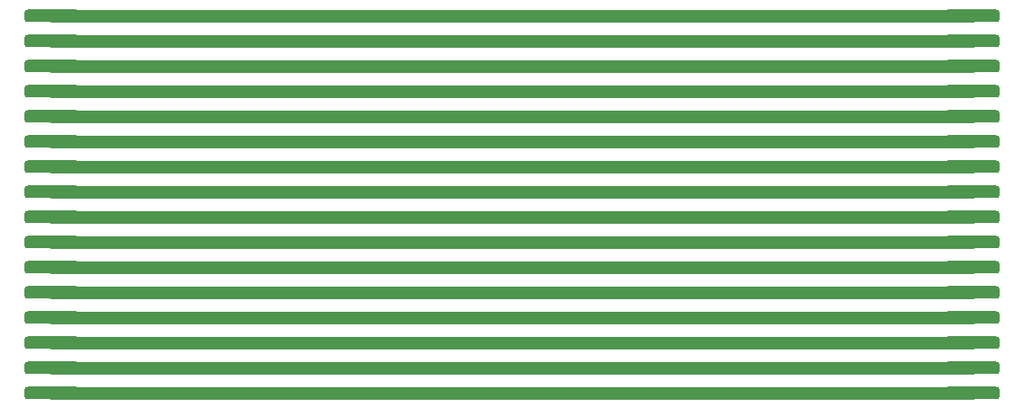
<source format=gbr>
%TF.GenerationSoftware,KiCad,Pcbnew,8.0.5*%
%TF.CreationDate,2024-11-23T18:11:23-05:00*%
%TF.ProjectId,kb-flat-jumper,6b622d66-6c61-4742-9d6a-756d7065722e,rev?*%
%TF.SameCoordinates,Original*%
%TF.FileFunction,Copper,L1,Top*%
%TF.FilePolarity,Positive*%
%FSLAX46Y46*%
G04 Gerber Fmt 4.6, Leading zero omitted, Abs format (unit mm)*
G04 Created by KiCad (PCBNEW 8.0.5) date 2024-11-23 18:11:23*
%MOMM*%
%LPD*%
G01*
G04 APERTURE LIST*
G04 Aperture macros list*
%AMRoundRect*
0 Rectangle with rounded corners*
0 $1 Rounding radius*
0 $2 $3 $4 $5 $6 $7 $8 $9 X,Y pos of 4 corners*
0 Add a 4 corners polygon primitive as box body*
4,1,4,$2,$3,$4,$5,$6,$7,$8,$9,$2,$3,0*
0 Add four circle primitives for the rounded corners*
1,1,$1+$1,$2,$3*
1,1,$1+$1,$4,$5*
1,1,$1+$1,$6,$7*
1,1,$1+$1,$8,$9*
0 Add four rect primitives between the rounded corners*
20,1,$1+$1,$2,$3,$4,$5,0*
20,1,$1+$1,$4,$5,$6,$7,0*
20,1,$1+$1,$6,$7,$8,$9,0*
20,1,$1+$1,$8,$9,$2,$3,0*%
G04 Aperture macros list end*
%TA.AperFunction,SMDPad,CuDef*%
%ADD10RoundRect,0.317500X-2.476500X-0.317500X2.476500X-0.317500X2.476500X0.317500X-2.476500X0.317500X0*%
%TD*%
%TA.AperFunction,Conductor*%
%ADD11C,1.270000*%
%TD*%
G04 APERTURE END LIST*
D10*
%TO.P,J32,1,Pin_1*%
%TO.N,Net-(J24-Pin_1)*%
X197104000Y-90662000D03*
%TD*%
%TO.P,J31,1,Pin_1*%
%TO.N,Net-(J23-Pin_1)*%
X197104000Y-88122000D03*
%TD*%
%TO.P,J30,1,Pin_1*%
%TO.N,Net-(J22-Pin_1)*%
X197104000Y-85582000D03*
%TD*%
%TO.P,J29,1,Pin_1*%
%TO.N,Net-(J21-Pin_1)*%
X197104000Y-83042000D03*
%TD*%
%TO.P,J28,1,Pin_1*%
%TO.N,Net-(J20-Pin_1)*%
X197104000Y-80502000D03*
%TD*%
%TO.P,J27,1,Pin_1*%
%TO.N,Net-(J19-Pin_1)*%
X197104000Y-77962000D03*
%TD*%
%TO.P,J26,1,Pin_1*%
%TO.N,Net-(J18-Pin_1)*%
X197104000Y-75422000D03*
%TD*%
%TO.P,J25,1,Pin_1*%
%TO.N,Net-(J17-Pin_1)*%
X197104000Y-72898000D03*
%TD*%
%TO.P,J24,1,Pin_1*%
%TO.N,Net-(J24-Pin_1)*%
X104394000Y-90678000D03*
%TD*%
%TO.P,J23,1,Pin_1*%
%TO.N,Net-(J23-Pin_1)*%
X104394000Y-88138000D03*
%TD*%
%TO.P,J22,1,Pin_1*%
%TO.N,Net-(J22-Pin_1)*%
X104394000Y-85598000D03*
%TD*%
%TO.P,J21,1,Pin_1*%
%TO.N,Net-(J21-Pin_1)*%
X104394000Y-83058000D03*
%TD*%
%TO.P,J20,1,Pin_1*%
%TO.N,Net-(J20-Pin_1)*%
X104394000Y-80518000D03*
%TD*%
%TO.P,J19,1,Pin_1*%
%TO.N,Net-(J19-Pin_1)*%
X104394000Y-77978000D03*
%TD*%
%TO.P,J18,1,Pin_1*%
%TO.N,Net-(J18-Pin_1)*%
X104394000Y-75438000D03*
%TD*%
%TO.P,J17,1,Pin_1*%
%TO.N,Net-(J17-Pin_1)*%
X104394000Y-72898000D03*
%TD*%
%TO.P,J16,1,Pin_1*%
%TO.N,Net-(J12-Pin_1)*%
X197104000Y-70342000D03*
%TD*%
%TO.P,J15,1,Pin_1*%
%TO.N,Net-(J11-Pin_1)*%
X197104000Y-67802000D03*
%TD*%
%TO.P,J14,1,Pin_1*%
%TO.N,Net-(J10-Pin_1)*%
X197104000Y-65262000D03*
%TD*%
%TO.P,J13,1,Pin_1*%
%TO.N,Net-(J13-Pin_1)*%
X197104000Y-62722000D03*
%TD*%
%TO.P,J12,1,Pin_1*%
%TO.N,Net-(J12-Pin_1)*%
X104394000Y-70358000D03*
%TD*%
%TO.P,J11,1,Pin_1*%
%TO.N,Net-(J11-Pin_1)*%
X104394000Y-67818000D03*
%TD*%
%TO.P,J10,1,Pin_1*%
%TO.N,Net-(J10-Pin_1)*%
X104394000Y-65278000D03*
%TD*%
%TO.P,J9,1,Pin_1*%
%TO.N,Net-(J13-Pin_1)*%
X104394000Y-62738000D03*
%TD*%
%TO.P,J8,1,Pin_1*%
%TO.N,Net-(J6-Pin_1)*%
X197104000Y-60182000D03*
%TD*%
%TO.P,J7,1,Pin_1*%
%TO.N,Net-(J5-Pin_1)*%
X197104000Y-57642000D03*
%TD*%
%TO.P,J6,1,Pin_1*%
%TO.N,Net-(J6-Pin_1)*%
X104394000Y-60198000D03*
%TD*%
%TO.P,J5,1,Pin_1*%
%TO.N,Net-(J5-Pin_1)*%
X104394000Y-57658000D03*
%TD*%
%TO.P,J4,1,Pin_1*%
%TO.N,Net-(J3-Pin_1)*%
X197104000Y-55102000D03*
%TD*%
%TO.P,J3,1,Pin_1*%
%TO.N,Net-(J3-Pin_1)*%
X104394000Y-55118000D03*
%TD*%
%TO.P,J1,1,Pin_1*%
%TO.N,Net-(J1-Pin_1)*%
X104394000Y-52578000D03*
%TD*%
%TO.P,J2,1,Pin_1*%
%TO.N,Net-(J1-Pin_1)*%
X197104000Y-52562000D03*
%TD*%
D11*
%TO.N,Net-(J24-Pin_1)*%
X104394000Y-90678000D02*
X197088000Y-90678000D01*
X197088000Y-90678000D02*
X197104000Y-90662000D01*
%TO.N,Net-(J23-Pin_1)*%
X197104000Y-88122000D02*
X104410000Y-88122000D01*
X104410000Y-88122000D02*
X104394000Y-88138000D01*
%TO.N,Net-(J22-Pin_1)*%
X104394000Y-85598000D02*
X197088000Y-85598000D01*
X197088000Y-85598000D02*
X197104000Y-85582000D01*
%TO.N,Net-(J21-Pin_1)*%
X197104000Y-83042000D02*
X104410000Y-83042000D01*
X104410000Y-83042000D02*
X104394000Y-83058000D01*
%TO.N,Net-(J20-Pin_1)*%
X104394000Y-80518000D02*
X197088000Y-80518000D01*
X197088000Y-80518000D02*
X197104000Y-80502000D01*
%TO.N,Net-(J19-Pin_1)*%
X197104000Y-77962000D02*
X104410000Y-77962000D01*
X104410000Y-77962000D02*
X104394000Y-77978000D01*
%TO.N,Net-(J18-Pin_1)*%
X104394000Y-75438000D02*
X197088000Y-75438000D01*
X197088000Y-75438000D02*
X197104000Y-75422000D01*
%TO.N,Net-(J17-Pin_1)*%
X197104000Y-72898000D02*
X104394000Y-72898000D01*
%TO.N,Net-(J12-Pin_1)*%
X104394000Y-70358000D02*
X197088000Y-70358000D01*
X197088000Y-70358000D02*
X197104000Y-70342000D01*
%TO.N,Net-(J11-Pin_1)*%
X197104000Y-67802000D02*
X104410000Y-67802000D01*
X104410000Y-67802000D02*
X104394000Y-67818000D01*
%TO.N,Net-(J10-Pin_1)*%
X104394000Y-65278000D02*
X197088000Y-65278000D01*
X197088000Y-65278000D02*
X197104000Y-65262000D01*
%TO.N,Net-(J13-Pin_1)*%
X197104000Y-62722000D02*
X104410000Y-62722000D01*
X104410000Y-62722000D02*
X104394000Y-62738000D01*
%TO.N,Net-(J6-Pin_1)*%
X104394000Y-60198000D02*
X104648000Y-60198000D01*
X104648000Y-60198000D02*
X104664000Y-60182000D01*
X104664000Y-60182000D02*
X197104000Y-60182000D01*
%TO.N,Net-(J5-Pin_1)*%
X197104000Y-57642000D02*
X104410000Y-57642000D01*
X104410000Y-57642000D02*
X104394000Y-57658000D01*
%TO.N,Net-(J3-Pin_1)*%
X104394000Y-55118000D02*
X197088000Y-55118000D01*
X197088000Y-55118000D02*
X197104000Y-55102000D01*
%TO.N,Net-(J1-Pin_1)*%
X104394000Y-52578000D02*
X197088000Y-52578000D01*
X197088000Y-52578000D02*
X197104000Y-52562000D01*
%TD*%
M02*

</source>
